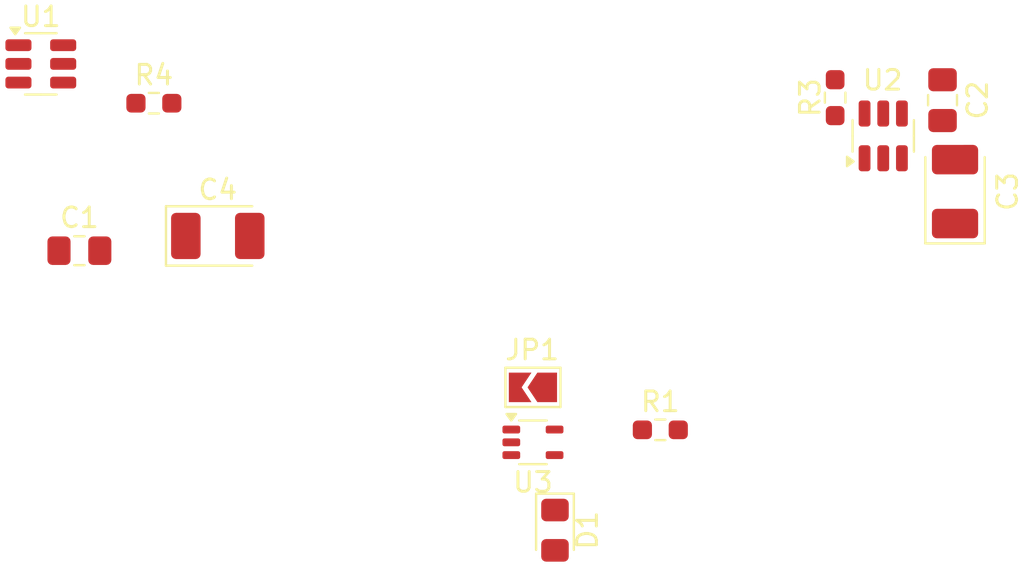
<source format=kicad_pcb>
(kicad_pcb (version 20240108) (generator "pcbnew") (generator_version "8.0")
  (layers (0 "F.Cu" signal) (31 "B.Cu" signal) (34 "B.Paste" user) (35 "F.Paste" user) (36 "B.SilkS" user "B.Silkscreen") (37 "F.SilkS" user "F.Silkscreen") (38 "B.Mask" user) (39 "F.Mask" user) (44 "Edge.Cuts" user))
  (net 0 "")
  (net 1 "+5V")
  (net 2 "GND")
  (net 3 "Net-(D1-A)")
  (net 4 "Net-(D1-K)")
  (net 5 "/STDBY1")
  (net 6 "/CHRG#1")
  (net 7 "/STDBY0")
  (net 8 "/CHRG#0")
  (net 9 "/BAT1")
  (net 10 "/BAT0")
  (net 11 "Net-(U2-PROG)")
  (net 12 "Net-(U1-PROG)")
  (footprint "Jumper:SolderJumper-2_P1.3mm_Open_TrianglePad1.0x1.5mm" (layer "F.Cu") (at 168.275 107.95 180)
    (property "Reference" "JP1" (at 0.037 1.905 180) (layer "F.SilkS"))
    (property "Value" "SolderJumper_2_Open")
    (fp_line (start 1.4 1) (end -1.4 1) (stroke (width 0.12)) (layer "F.SilkS"))
    (fp_line (start 1.4 -1) (end 1.4 1) (stroke (width 0.12)) (layer "F.SilkS"))
    (fp_line (start -1.4 1) (end -1.4 -1) (stroke (width 0.12)) (layer "F.SilkS"))
    (fp_line (start -1.4 -1) (end 1.4 -1) (stroke (width 0.12)) (layer "F.SilkS"))
    (pad "1" smd custom (at -0.725 0 180) (size 0.3 0.3) (layers "F.Cu" "F.Mask") (net 1 "+5V") (options (clearance outline) (anchor rect)) (primitives (gr_poly (pts (xy 1 0) (xy 0.5 0.75) (xy -0.5 0.75) (xy -0.5 -0.75) (xy 0.5 -0.75)) (width 0) (fill yes))))
    (pad "2" smd custom (at 0.725 0 180) (size 0.3 0.3) (layers "F.Cu" "F.Mask") (net 5 "/STDBY1") (options (clearance outline) (anchor rect)) (primitives (gr_poly (pts (xy 0.5 0.75) (xy -0.65 0.75) (xy -0.15 0) (xy -0.65 -0.75) (xy 0.5 -0.75)) (width 0) (fill yes))))
  )
  (footprint "Package_TO_SOT_SMD:Texas_R-PDSO-G5_DCK-5" (layer "F.Cu") (at 168.275 110.744)
    (property "Reference" "U3" (at 0 2.032 0) (layer "F.SilkS"))
    (property "Value" "74AUP1G08")
    (fp_line (start -0.7 -1.11) (end 0.7 -1.11) (stroke (width 0.12)) (layer "F.SilkS"))
    (fp_line (start -0.7 1.11) (end 0.7 1.11) (stroke (width 0.12)) (layer "F.SilkS"))
    (fp_poly (pts (xy -1.1 -1.11) (xy -1.34 -1.44) (xy -0.86 -1.44) (xy -1.1 -1.11)) (stroke (width 0.12)) (fill solid) (layer "F.SilkS"))
    (pad "1" smd roundrect (at -1.1 -0.65) (size 0.9 0.4) (layers "F.Cu" "F.Paste" "F.Mask") (net 5 "/STDBY1"))
    (pad "2" smd roundrect (at -1.1 0) (size 0.9 0.4) (layers "F.Cu" "F.Paste" "F.Mask") (net 7 "/STDBY0"))
    (pad "3" smd roundrect (at -1.1 0.65) (size 0.9 0.4) (layers "F.Cu" "F.Paste" "F.Mask") (net 2 "GND"))
    (pad "4" smd roundrect (at 1.1 0.65) (size 0.9 0.4) (layers "F.Cu" "F.Paste" "F.Mask") (net 4 "Net-(D1-K)"))
    (pad "5" smd roundrect (at 1.1 -0.65) (size 0.9 0.4) (layers "F.Cu" "F.Paste" "F.Mask") (net 1 "+5V"))
  )
  (footprint "LED_SMD:LED_0805_2012Metric_Pad1.15x1.40mm_HandSolder" (layer "F.Cu") (at 169.3955 115.2115 -90)
    (property "Reference" "D1" (at 0 -1.65 90) (layer "F.SilkS"))
    (property "Value" "Green")
    (fp_line (start -1.86 0.96) (end 1 0.96) (stroke (width 0.12)) (layer "F.SilkS"))
    (fp_line (start -1.86 -0.96) (end -1.86 0.96) (stroke (width 0.12)) (layer "F.SilkS"))
    (fp_line (start 1 -0.96) (end -1.86 -0.96) (stroke (width 0.12)) (layer "F.SilkS"))
    (pad "1" smd roundrect (at -1.025 0 270) (size 1.15 1.4) (layers "F.Cu" "F.Paste" "F.Mask") (roundrect_rratio 0.217391) (net 4 "Net-(D1-K)"))
    (pad "2" smd roundrect (at 1.025 0 270) (size 1.15 1.4) (layers "F.Cu" "F.Paste" "F.Mask") (roundrect_rratio 0.217391) (net 3 "Net-(D1-A)"))
  )
  (footprint "Resistor_SMD:R_0603_1608Metric_Pad0.98x0.95mm_HandSolder" (layer "F.Cu") (at 149 93.5)
    (property "Reference" "R4" (at 0 -1.43 0) (layer "F.SilkS"))
    (property "Value" "(4.42k)")
    (fp_line (start -0.254724 -0.5225) (end 0.254724 -0.5225) (stroke (width 0.12)) (layer "F.SilkS"))
    (fp_line (start -0.254724 0.5225) (end 0.254724 0.5225) (stroke (width 0.12)) (layer "F.SilkS"))
    (pad "1" smd roundrect (at -0.9125 0) (size 0.975 0.95) (layers "F.Cu" "F.Paste" "F.Mask") (net 12 "Net-(U1-PROG)"))
    (pad "2" smd roundrect (at 0.9125 0) (size 0.975 0.95) (layers "F.Cu" "F.Paste" "F.Mask") (net 2 "GND"))
  )
  (footprint "Capacitor_Tantalum_SMD:CP_EIA-3528-21_Kemet-B_Pad1.50x2.35mm_HandSolder" (layer "F.Cu") (at 152.25 100.25)
    (property "Reference" "C4" (at 0 -2.35 0) (layer "F.SilkS"))
    (property "Value" "10uF")
    (fp_line (start -2.635 -1.51) (end -2.635 1.51) (stroke (width 0.12)) (layer "F.SilkS"))
    (fp_line (start -2.635 1.51) (end 1.75 1.51) (stroke (width 0.12)) (layer "F.SilkS"))
    (fp_line (start 1.75 -1.51) (end -2.635 -1.51) (stroke (width 0.12)) (layer "F.SilkS"))
    (pad "1" smd roundrect (at -1.625 0) (size 1.5 2.35) (layers "F.Cu" "F.Paste" "F.Mask") (roundrect_rratio 0.166667) (net 9 "/BAT1"))
    (pad "2" smd roundrect (at 1.625 0) (size 1.5 2.35) (layers "F.Cu" "F.Paste" "F.Mask") (roundrect_rratio 0.166667) (net 2 "GND"))
  )
  (footprint "Capacitor_SMD:C_0805_2012Metric_Pad1.18x1.45mm_HandSolder" (layer "F.Cu") (at 189.103 93.345 90)
    (property "Reference" "C2" (at 0 1.778 270) (layer "F.SilkS"))
    (property "Value" "1uF")
    (fp_line (start -0.261252 -0.735) (end 0.261252 -0.735) (stroke (width 0.12)) (layer "F.SilkS"))
    (fp_line (start -0.261252 0.735) (end 0.261252 0.735) (stroke (width 0.12)) (layer "F.SilkS"))
    (pad "1" smd roundrect (at -1.0375 0 90) (size 1.175 1.45) (layers "F.Cu" "F.Paste" "F.Mask") (roundrect_rratio 0.212766) (net 2 "GND"))
    (pad "2" smd roundrect (at 1.0375 0 90) (size 1.175 1.45) (layers "F.Cu" "F.Paste" "F.Mask") (roundrect_rratio 0.212766) (net 1 "+5V"))
  )
  (footprint "Resistor_SMD:R_0603_1608Metric_Pad0.98x0.95mm_HandSolder" (layer "F.Cu") (at 174.752 110.109)
    (property "Reference" "R1" (at 0 -1.43 0) (layer "F.SilkS"))
    (property "Value" "4.42k")
    (fp_line (start -0.254724 -0.5225) (end 0.254724 -0.5225) (stroke (width 0.12)) (layer "F.SilkS"))
    (fp_line (start -0.254724 0.5225) (end 0.254724 0.5225) (stroke (width 0.12)) (layer "F.SilkS"))
    (pad "1" smd roundrect (at -0.9125 0) (size 0.975 0.95) (layers "F.Cu" "F.Paste" "F.Mask") (net 1 "+5V"))
    (pad "2" smd roundrect (at 0.9125 0) (size 0.975 0.95) (layers "F.Cu" "F.Paste" "F.Mask") (net 3 "Net-(D1-A)"))
  )
  (footprint "Package_TO_SOT_SMD:SOT-23-6" (layer "F.Cu") (at 186.0875 95.1625 90)
    (property "Reference" "U2" (at 2.8335 -0.0325 0) (layer "F.SilkS"))
    (property "Value" "~")
    (fp_line (start 0 -1.56) (end 0.8 -1.56) (stroke (width 0.12)) (layer "F.SilkS"))
    (fp_line (start 0 -1.56) (end -0.8 -1.56) (stroke (width 0.12)) (layer "F.SilkS"))
    (fp_line (start 0 1.56) (end 0.8 1.56) (stroke (width 0.12)) (layer "F.SilkS"))
    (fp_line (start 0 1.56) (end -0.8 1.56) (stroke (width 0.12)) (layer "F.SilkS"))
    (fp_poly (pts (xy -1.3 -1.51) (xy -1.54 -1.84) (xy -1.06 -1.84) (xy -1.3 -1.51)) (stroke (width 0.12)) (fill solid) (layer "F.SilkS"))
    (pad "1" smd roundrect (at -1.1375 -0.95 90) (size 1.325 0.6) (layers "F.Cu" "F.Paste" "F.Mask") (net 8 "/CHRG#0"))
    (pad "2" smd roundrect (at -1.1375 0 90) (size 1.325 0.6) (layers "F.Cu" "F.Paste" "F.Mask") (net 2 "GND"))
    (pad "3" smd roundrect (at -1.1375 0.95 90) (size 1.325 0.6) (layers "F.Cu" "F.Paste" "F.Mask") (net 10 "/BAT0"))
    (pad "4" smd roundrect (at 1.1375 0.95 90) (size 1.325 0.6) (layers "F.Cu" "F.Paste" "F.Mask") (net 1 "+5V"))
    (pad "5" smd roundrect (at 1.1375 0 90) (size 1.325 0.6) (layers "F.Cu" "F.Paste" "F.Mask") (net 7 "/STDBY0"))
    (pad "6" smd roundrect (at 1.1375 -0.95 90) (size 1.325 0.6) (layers "F.Cu" "F.Paste" "F.Mask") (net 11 "Net-(U2-PROG)"))
  )
  (footprint "Capacitor_SMD:C_0805_2012Metric_Pad1.18x1.45mm_HandSolder" (layer "F.Cu") (at 145.2125 101)
    (property "Reference" "C1" (at 0 -1.68 0) (layer "F.SilkS"))
    (property "Value" "1uF")
    (fp_line (start -0.261252 -0.735) (end 0.261252 -0.735) (stroke (width 0.12)) (layer "F.SilkS"))
    (fp_line (start -0.261252 0.735) (end 0.261252 0.735) (stroke (width 0.12)) (layer "F.SilkS"))
    (pad "1" smd roundrect (at -1.0375 0) (size 1.175 1.45) (layers "F.Cu" "F.Paste" "F.Mask") (roundrect_rratio 0.212766) (net 2 "GND"))
    (pad "2" smd roundrect (at 1.0375 0) (size 1.175 1.45) (layers "F.Cu" "F.Paste" "F.Mask") (roundrect_rratio 0.212766) (net 1 "+5V"))
  )
  (footprint "Resistor_SMD:R_0603_1608Metric_Pad0.98x0.95mm_HandSolder" (layer "F.Cu") (at 183.642 93.218 -90)
    (property "Reference" "R3" (at 0 1.27 90) (layer "F.SilkS"))
    (property "Value" "(4.42k)")
    (fp_line (start -0.254724 0.5225) (end 0.254724 0.5225) (stroke (width 0.12)) (layer "F.SilkS"))
    (fp_line (start -0.254724 -0.5225) (end 0.254724 -0.5225) (stroke (width 0.12)) (layer "F.SilkS"))
    (pad "1" smd roundrect (at -0.9125 0 270) (size 0.975 0.95) (layers "F.Cu" "F.Paste" "F.Mask") (net 11 "Net-(U2-PROG)"))
    (pad "2" smd roundrect (at 0.9125 0 270) (size 0.975 0.95) (layers "F.Cu" "F.Paste" "F.Mask") (net 2 "GND"))
  )
  (footprint "Capacitor_Tantalum_SMD:CP_EIA-3528-21_Kemet-B_Pad1.50x2.35mm_HandSolder" (layer "F.Cu") (at 189.738 97.994 90)
    (property "Reference" "C3" (at 0 2.667 270) (layer "F.SilkS"))
    (property "Value" "10uF")
    (fp_line (start 1.75 -1.51) (end -2.635 -1.51) (stroke (width 0.12)) (layer "F.SilkS"))
    (fp_line (start -2.635 -1.51) (end -2.635 1.51) (stroke (width 0.12)) (layer "F.SilkS"))
    (fp_line (start -2.635 1.51) (end 1.75 1.51) (stroke (width 0.12)) (layer "F.SilkS"))
    (pad "1" smd roundrect (at -1.625 0 90) (size 1.5 2.35) (layers "F.Cu" "F.Paste" "F.Mask") (roundrect_rratio 0.166667) (net 10 "/BAT0"))
    (pad "2" smd roundrect (at 1.625 0 90) (size 1.5 2.35) (layers "F.Cu" "F.Paste" "F.Mask") (roundrect_rratio 0.166667) (net 2 "GND"))
  )
  (footprint "Package_TO_SOT_SMD:SOT-23-6" (layer "F.Cu") (at 143.25 91.5)
    (property "Reference" "U1" (at 0 -2.4 0) (layer "F.SilkS"))
    (property "Value" "~")
    (fp_line (start 0 -1.56) (end -0.8 -1.56) (stroke (width 0.12)) (layer "F.SilkS"))
    (fp_line (start 0 -1.56) (end 0.8 -1.56) (stroke (width 0.12)) (layer "F.SilkS"))
    (fp_line (start 0 1.56) (end -0.8 1.56) (stroke (width 0.12)) (layer "F.SilkS"))
    (fp_line (start 0 1.56) (end 0.8 1.56) (stroke (width 0.12)) (layer "F.SilkS"))
    (fp_poly (pts (xy -1.3 -1.51) (xy -1.54 -1.84) (xy -1.06 -1.84) (xy -1.3 -1.51)) (stroke (width 0.12)) (fill solid) (layer "F.SilkS"))
    (pad "1" smd roundrect (at -1.1375 -0.95) (size 1.325 0.6) (layers "F.Cu" "F.Paste" "F.Mask") (net 6 "/CHRG#1"))
    (pad "2" smd roundrect (at -1.1375 0) (size 1.325 0.6) (layers "F.Cu" "F.Paste" "F.Mask") (net 2 "GND"))
    (pad "3" smd roundrect (at -1.1375 0.95) (size 1.325 0.6) (layers "F.Cu" "F.Paste" "F.Mask") (net 9 "/BAT1"))
    (pad "4" smd roundrect (at 1.1375 0.95) (size 1.325 0.6) (layers "F.Cu" "F.Paste" "F.Mask") (net 1 "+5V"))
    (pad "5" smd roundrect (at 1.1375 0) (size 1.325 0.6) (layers "F.Cu" "F.Paste" "F.Mask") (net 5 "/STDBY1"))
    (pad "6" smd roundrect (at 1.1375 -0.95) (size 1.325 0.6) (layers "F.Cu" "F.Paste" "F.Mask") (net 12 "Net-(U1-PROG)"))
  )
)
</source>
